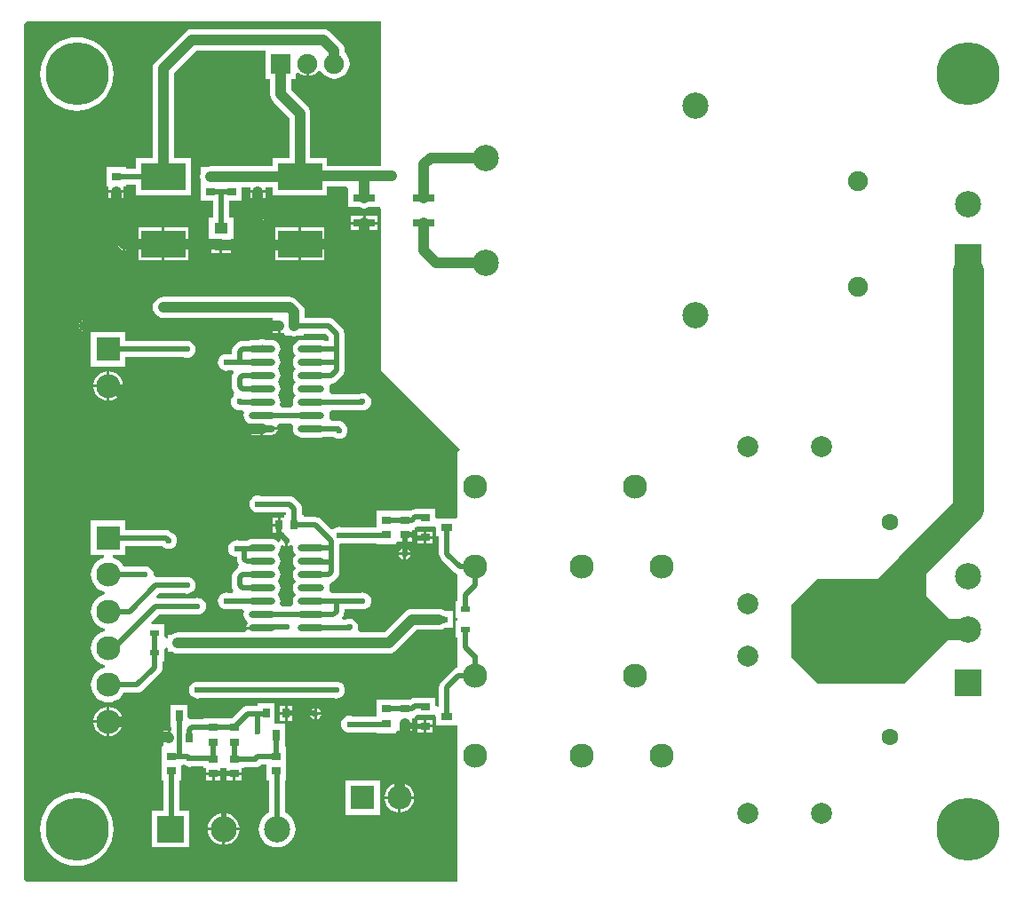
<source format=gtl>
G04 Layer_Physical_Order=1*
G04 Layer_Color=3162822*
%FSLAX44Y44*%
%MOMM*%
G71*
G01*
G75*
%ADD10R,0.6500X1.1000*%
%ADD11R,0.6500X0.9000*%
%ADD12R,0.8500X0.6000*%
%ADD13R,4.2000X2.6000*%
%ADD14R,0.9000X0.8000*%
%ADD15R,2.0000X0.8000*%
%ADD16R,1.3000X1.0000*%
%ADD17O,2.5000X0.7000*%
%ADD18R,1.1000X0.6500*%
%ADD19R,0.9000X0.6500*%
%ADD20R,0.8000X0.9000*%
%ADD21C,1.0000*%
%ADD22C,0.5000*%
%ADD23C,0.7000*%
%ADD24C,0.2540*%
%ADD25C,2.0000*%
%ADD26C,3.0000*%
%ADD27R,2.3000X2.3000*%
%ADD28C,2.3000*%
%ADD29C,2.5000*%
%ADD30R,2.5000X2.5000*%
%ADD31C,2.0000*%
%ADD32C,1.9000*%
%ADD33R,2.5000X2.5000*%
%ADD34R,1.9000X1.9000*%
%ADD35C,1.6000*%
%ADD36C,6.0000*%
%ADD37R,2.3000X2.3000*%
%ADD38C,0.6000*%
G36*
X251270Y319604D02*
X252162Y319781D01*
X253850Y320910D01*
X254520Y320666D01*
X256128Y319627D01*
X255927Y318100D01*
X256219Y315881D01*
X257075Y313813D01*
X258438Y312038D01*
Y311462D01*
X257075Y309687D01*
X256219Y307619D01*
X255927Y305400D01*
X256219Y303181D01*
X257075Y301113D01*
X258438Y299338D01*
Y298762D01*
X257075Y296987D01*
X256219Y294919D01*
X255927Y292700D01*
X256219Y290481D01*
X257075Y288413D01*
X258438Y286638D01*
Y286062D01*
X257075Y284287D01*
X256219Y282219D01*
X255927Y280000D01*
X256219Y277781D01*
X257075Y275713D01*
X258438Y273938D01*
Y273362D01*
X257075Y271587D01*
X256219Y269519D01*
X255927Y267300D01*
X256219Y265081D01*
X256375Y264705D01*
X254678Y262165D01*
X245322D01*
X243625Y264705D01*
X243781Y265081D01*
X244073Y267300D01*
X243781Y269519D01*
X242925Y271587D01*
X241562Y273362D01*
Y273938D01*
X242925Y275713D01*
X243781Y277781D01*
X244073Y280000D01*
X243781Y282219D01*
X242925Y284287D01*
X241562Y286062D01*
Y286638D01*
X242925Y288413D01*
X243781Y290481D01*
X244073Y292700D01*
X243781Y294919D01*
X242925Y296987D01*
X241562Y298762D01*
Y299338D01*
X242925Y301113D01*
X243781Y303181D01*
X244073Y305400D01*
X243781Y307619D01*
X242925Y309687D01*
X241562Y311462D01*
Y312038D01*
X242925Y313813D01*
X243781Y315881D01*
X244073Y318100D01*
X243872Y319627D01*
X245480Y320666D01*
X246150Y320910D01*
X247838Y319781D01*
X248730Y319604D01*
Y325000D01*
X251270D01*
Y319604D01*
D02*
G37*
G36*
X860000Y297422D02*
Y272500D01*
X882500Y250000D01*
X881250Y231250D01*
X838750Y188750D01*
X756250D01*
X733750Y211250D01*
X731250Y213750D01*
Y263750D01*
X756250Y288750D01*
X841250D01*
X857790Y298674D01*
X860000Y297422D01*
D02*
G37*
G36*
X340000Y682586D02*
X288500D01*
Y690000D01*
X272586D01*
Y732500D01*
X272243Y735110D01*
X271235Y737543D01*
X269632Y739632D01*
X254686Y754578D01*
Y765500D01*
X259100D01*
Y770255D01*
X260677Y771044D01*
X261640Y771239D01*
X263928Y769483D01*
X266857Y768270D01*
X268730Y768024D01*
Y780000D01*
X271270D01*
Y768024D01*
X273143Y768270D01*
X276072Y769483D01*
X278587Y771413D01*
X279838Y773043D01*
X282661Y772864D01*
X282734Y772688D01*
X285058Y769659D01*
X288088Y767334D01*
X291615Y765873D01*
X295400Y765375D01*
X299185Y765873D01*
X302713Y767334D01*
X305742Y769659D01*
X308066Y772688D01*
X309527Y776215D01*
X310025Y780000D01*
X309527Y783785D01*
X308066Y787313D01*
X305742Y790342D01*
X305486Y790537D01*
Y792100D01*
X305143Y794710D01*
X304135Y797143D01*
X302532Y799232D01*
X292132Y809632D01*
X290043Y811235D01*
X287610Y812243D01*
X285000Y812586D01*
X160000D01*
X157389Y812243D01*
X154957Y811235D01*
X152868Y809632D01*
X125368Y782132D01*
X123765Y780043D01*
X122757Y777610D01*
X122414Y775000D01*
Y730000D01*
Y690000D01*
X106500D01*
Y679565D01*
X97000D01*
Y681002D01*
X78000D01*
Y663002D01*
X80460D01*
Y659272D01*
X94540D01*
Y663002D01*
X97000D01*
Y664436D01*
X106500D01*
Y654000D01*
X158500D01*
Y690000D01*
X142586D01*
Y730000D01*
Y770822D01*
X164178Y792414D01*
X230100D01*
Y765500D01*
X234514D01*
Y750400D01*
X234857Y747790D01*
X235865Y745357D01*
X237468Y743268D01*
X252414Y728322D01*
Y690000D01*
X236500D01*
Y682086D01*
X222511D01*
X222500Y682088D01*
X177501D01*
X177500Y682088D01*
X174889Y681744D01*
X173097Y681002D01*
X168000D01*
Y675198D01*
X167757Y674612D01*
X167414Y672002D01*
X167757Y669391D01*
X168000Y668805D01*
Y663002D01*
Y649002D01*
X179935D01*
Y633000D01*
X176000D01*
Y613000D01*
X178460D01*
Y608270D01*
X196540D01*
Y613000D01*
X199000D01*
Y633000D01*
X195065D01*
Y649002D01*
X207000D01*
Y661915D01*
X215460D01*
Y659272D01*
X229540D01*
Y661914D01*
X236500D01*
Y654000D01*
X288500D01*
Y662414D01*
X307046D01*
X309000Y661000D01*
Y643000D01*
X319597D01*
X321390Y642257D01*
X324000Y641914D01*
X326610Y642257D01*
X328403Y643000D01*
X339000D01*
X340000Y640874D01*
Y487500D01*
X415000Y412500D01*
X412500Y410000D01*
Y347546D01*
X410704Y345750D01*
X394165D01*
X392375Y345750D01*
X391625Y347979D01*
Y355250D01*
X372625D01*
X372625Y355250D01*
X370542Y354807D01*
X370309Y354710D01*
X370309Y354710D01*
X370237Y354680D01*
X368718Y354051D01*
X368001Y353502D01*
X335500D01*
Y337565D01*
X302642D01*
X302088Y337794D01*
X300000Y338069D01*
X297912Y337794D01*
X295965Y336988D01*
X294294Y335706D01*
X292603Y335595D01*
X282849Y345349D01*
X281282Y346551D01*
X279458Y347307D01*
X277500Y347565D01*
X266002D01*
Y349500D01*
X264566D01*
Y355498D01*
X264308Y357456D01*
X263553Y359281D01*
X262351Y360848D01*
X262351Y360848D01*
X257849Y365349D01*
X256282Y366551D01*
X254458Y367307D01*
X252500Y367565D01*
X225142D01*
X224588Y367794D01*
X222500Y368069D01*
X220412Y367794D01*
X218465Y366988D01*
X216794Y365706D01*
X215512Y364035D01*
X214706Y362088D01*
X214431Y360000D01*
X214706Y357912D01*
X215512Y355965D01*
X216794Y354294D01*
X218465Y353012D01*
X220412Y352206D01*
X222500Y351931D01*
X224588Y352206D01*
X225142Y352435D01*
X249367D01*
X249437Y352365D01*
Y349500D01*
X248002D01*
Y347040D01*
X244272D01*
Y340000D01*
Y332960D01*
X248002D01*
Y330500D01*
X246068Y329036D01*
X246006Y328994D01*
X244781Y327162D01*
X244352Y325000D01*
X244432Y324595D01*
X242057Y323518D01*
X241562Y324162D01*
X239787Y325525D01*
X237719Y326381D01*
X235500Y326673D01*
X217500D01*
X215281Y326381D01*
X213213Y325525D01*
X212614Y325065D01*
X205142D01*
X204588Y325294D01*
X202500Y325569D01*
X200411Y325294D01*
X198465Y324488D01*
X196794Y323206D01*
X195512Y321535D01*
X194706Y319588D01*
X194431Y317500D01*
X194706Y315412D01*
X195512Y313465D01*
X196794Y311794D01*
X198465Y310512D01*
X200411Y309706D01*
X202435Y309440D01*
Y307500D01*
X202693Y305542D01*
X203449Y303718D01*
X204651Y302151D01*
X204029Y299180D01*
X203718Y299051D01*
X202151Y297849D01*
X199651Y295349D01*
X198449Y293782D01*
X197693Y291958D01*
X197435Y290000D01*
Y282500D01*
X197693Y280542D01*
X198449Y278718D01*
X199303Y277605D01*
X198571Y275065D01*
X195142D01*
X194588Y275294D01*
X192500Y275569D01*
X190411Y275294D01*
X188465Y274488D01*
X186794Y273206D01*
X185512Y271535D01*
X184706Y269588D01*
X184431Y267500D01*
X184706Y265412D01*
X185512Y263465D01*
X186794Y261794D01*
X188465Y260512D01*
X190411Y259706D01*
X192500Y259431D01*
X194588Y259706D01*
X195142Y259935D01*
X207805D01*
X209457Y257395D01*
X209219Y256819D01*
X208927Y254600D01*
X209219Y252381D01*
X210075Y250313D01*
X211438Y248538D01*
X211709Y248329D01*
X212942Y246548D01*
X212212Y244858D01*
X211810Y244257D01*
X211594Y243170D01*
X226500D01*
Y240630D01*
X211594D01*
X211695Y240126D01*
X210296Y237586D01*
X145750D01*
X143139Y237243D01*
X140707Y236235D01*
X139749Y235500D01*
X136500D01*
Y232543D01*
X136040Y232070D01*
X133500Y233102D01*
Y245000D01*
X121515D01*
X120543Y247347D01*
X128132Y254935D01*
X162358D01*
X162911Y254706D01*
X165000Y254431D01*
X167088Y254706D01*
X169035Y255512D01*
X170706Y256794D01*
X171988Y258465D01*
X172794Y260412D01*
X173069Y262500D01*
X172794Y264588D01*
X171988Y266535D01*
X170706Y268206D01*
X169035Y269488D01*
X167088Y270294D01*
X165000Y270569D01*
X162911Y270294D01*
X162358Y270065D01*
X126855D01*
X125803Y272605D01*
X128133Y274935D01*
X152358D01*
X152912Y274706D01*
X155000Y274431D01*
X157088Y274706D01*
X159035Y275512D01*
X160706Y276794D01*
X161988Y278465D01*
X162794Y280412D01*
X163069Y282500D01*
X162794Y284588D01*
X161988Y286535D01*
X160706Y288206D01*
X159035Y289488D01*
X157088Y290294D01*
X155000Y290569D01*
X152912Y290294D01*
X152358Y290065D01*
X125303D01*
X124832Y290263D01*
X123052Y292370D01*
X123069Y292500D01*
X122794Y294588D01*
X121988Y296535D01*
X120706Y298206D01*
X119035Y299488D01*
X117088Y300294D01*
X115000Y300569D01*
X112912Y300294D01*
X112361Y300066D01*
X94666D01*
X93785Y301712D01*
X91724Y304225D01*
X89211Y306287D01*
X86345Y307819D01*
X84232Y308460D01*
X84609Y311000D01*
X96500D01*
Y319935D01*
X131303D01*
X131794Y319294D01*
X133465Y318012D01*
X135412Y317206D01*
X137500Y316931D01*
X139588Y317206D01*
X141535Y318012D01*
X143206Y319294D01*
X144488Y320965D01*
X145294Y322912D01*
X145569Y325000D01*
X145294Y327088D01*
X144488Y329035D01*
X143206Y330706D01*
X141535Y331988D01*
X140981Y332217D01*
X140349Y332849D01*
X138783Y334051D01*
X136958Y334807D01*
X135000Y335065D01*
X96500D01*
Y344000D01*
X63500D01*
Y311000D01*
X75391D01*
X75768Y308460D01*
X73655Y307819D01*
X70789Y306287D01*
X68276Y304225D01*
X66214Y301712D01*
X64682Y298846D01*
X63739Y295736D01*
X63420Y292501D01*
X63739Y289267D01*
X64682Y286156D01*
X66214Y283290D01*
X68276Y280777D01*
X70789Y278715D01*
X73655Y277183D01*
X76765Y276240D01*
Y273761D01*
X73655Y272818D01*
X70789Y271285D01*
X68276Y269224D01*
X66214Y266711D01*
X64682Y263845D01*
X63739Y260735D01*
X63420Y257500D01*
X63739Y254265D01*
X64682Y251155D01*
X66214Y248289D01*
X68276Y245776D01*
X70789Y243714D01*
X73655Y242182D01*
X76765Y241239D01*
Y238762D01*
X73655Y237819D01*
X70789Y236287D01*
X68276Y234225D01*
X66214Y231712D01*
X64682Y228846D01*
X63739Y225736D01*
X63420Y222501D01*
X63739Y219267D01*
X64682Y216156D01*
X66214Y213290D01*
X68276Y210778D01*
X70789Y208716D01*
X73655Y207183D01*
X76765Y206240D01*
Y203762D01*
X73655Y202818D01*
X70789Y201286D01*
X68276Y199224D01*
X66214Y196712D01*
X64682Y193845D01*
X63739Y190735D01*
X63420Y187500D01*
X63739Y184266D01*
X64682Y181156D01*
X66214Y178289D01*
X68276Y175777D01*
X70789Y173715D01*
X73655Y172183D01*
X76765Y171239D01*
X80000Y170921D01*
X83235Y171239D01*
X86345Y172183D01*
X89211Y173715D01*
X91724Y175777D01*
X93785Y178289D01*
X94666Y179936D01*
X107500D01*
X109458Y180194D01*
X111283Y180949D01*
X112850Y182152D01*
X127849Y197151D01*
X127849Y197151D01*
X129599Y198901D01*
X129599Y198901D01*
X130801Y200467D01*
X131557Y202292D01*
X131815Y204250D01*
Y210000D01*
X133500D01*
Y221898D01*
X136040Y222930D01*
X136500Y222457D01*
Y219500D01*
X139749D01*
X140707Y218765D01*
X143139Y217757D01*
X145750Y217414D01*
X347500D01*
X350111Y217757D01*
X352543Y218765D01*
X354632Y220368D01*
X374178Y239914D01*
X395000D01*
X397611Y240257D01*
X400043Y241265D01*
X400462Y241586D01*
X401469Y241719D01*
X402148Y242000D01*
X408500D01*
Y258000D01*
X402148D01*
X401469Y258281D01*
X400462Y258414D01*
X400043Y258735D01*
X397611Y259743D01*
X395000Y260086D01*
X370000D01*
X367389Y259743D01*
X364957Y258735D01*
X362868Y257132D01*
X343322Y237586D01*
X319680D01*
X317956Y239877D01*
X317931Y240126D01*
X318165Y241900D01*
X317907Y243858D01*
X317882Y243917D01*
X317794Y244588D01*
X316988Y246535D01*
X315706Y248206D01*
X314035Y249488D01*
X312088Y250294D01*
X310000Y250569D01*
X307912Y250294D01*
X305965Y249488D01*
X305935Y249465D01*
X303482D01*
X302509Y251811D01*
X302849Y252151D01*
X304051Y253718D01*
X304807Y255542D01*
X305065Y257500D01*
Y259735D01*
X320341D01*
X320412Y259706D01*
X322500Y259431D01*
X324588Y259706D01*
X326535Y260512D01*
X328206Y261794D01*
X329488Y263465D01*
X330294Y265412D01*
X330569Y267500D01*
X330294Y269588D01*
X329488Y271535D01*
X328206Y273206D01*
X326535Y274488D01*
X324588Y275294D01*
X322500Y275569D01*
X320412Y275294D01*
X319375Y274865D01*
X292323D01*
X290625Y277405D01*
X290781Y277781D01*
X291073Y280000D01*
X290781Y282219D01*
X290612Y282628D01*
X292139Y285391D01*
X292158Y285393D01*
X293982Y286149D01*
X295549Y287351D01*
X297849Y289651D01*
X297849Y289651D01*
X299051Y291218D01*
X299807Y293042D01*
X300065Y295000D01*
Y305000D01*
Y317500D01*
X300065Y317500D01*
X300065Y317500D01*
Y321940D01*
X302088Y322206D01*
X302642Y322435D01*
X335500D01*
Y321502D01*
X354500D01*
Y321819D01*
X355460Y323962D01*
X361230D01*
Y330502D01*
X362500D01*
Y331772D01*
X369540D01*
Y335502D01*
X372000D01*
Y337419D01*
X373284Y337950D01*
X374326Y338750D01*
X389835D01*
X391625Y338750D01*
X392375Y336521D01*
Y329250D01*
X395310D01*
Y312500D01*
X395568Y310542D01*
X396324Y308718D01*
X397526Y307151D01*
X410026Y294651D01*
X411592Y293449D01*
X412500Y293073D01*
Y267500D01*
X411500D01*
Y251500D01*
X412500D01*
Y248500D01*
X411500D01*
Y232500D01*
X412500D01*
Y203607D01*
X411742Y203507D01*
X409918Y202751D01*
X408351Y201549D01*
X397526Y190724D01*
X396324Y189157D01*
X395568Y187333D01*
X395310Y185375D01*
Y167546D01*
X394667Y166903D01*
X391758Y167585D01*
X391625Y167979D01*
Y175250D01*
X372625D01*
Y175065D01*
X372500D01*
X370542Y174807D01*
X368718Y174051D01*
X368001Y173502D01*
X335500D01*
Y157565D01*
X312642D01*
X312088Y157794D01*
X310000Y158069D01*
X307912Y157794D01*
X305965Y156988D01*
X304294Y155706D01*
X303012Y154035D01*
X302206Y152088D01*
X301931Y150000D01*
X302206Y147912D01*
X303012Y145965D01*
X304294Y144294D01*
X305965Y143012D01*
X307912Y142206D01*
X310000Y141931D01*
X312088Y142206D01*
X312642Y142435D01*
X335500D01*
Y141502D01*
X354500D01*
Y141819D01*
X355460Y143962D01*
X361230D01*
Y150502D01*
X362500D01*
Y151772D01*
X369540D01*
Y155502D01*
X372000D01*
Y157418D01*
X373284Y157950D01*
X374326Y158750D01*
X389835D01*
X391625Y158750D01*
X392375Y156521D01*
Y149250D01*
X412500D01*
Y0D01*
X2500D01*
X0Y2500D01*
X-0Y817460D01*
X2540Y820000D01*
X340000D01*
Y682586D01*
D02*
G37*
%LPC*%
G36*
X276230Y165396D02*
X275338Y165219D01*
X273506Y163994D01*
X272281Y162162D01*
X272104Y161270D01*
X276230D01*
Y165396D01*
D02*
G37*
G36*
X282896Y158730D02*
X278770D01*
Y154604D01*
X279662Y154782D01*
X281494Y156006D01*
X282719Y157838D01*
X282896Y158730D01*
D02*
G37*
G36*
X248230Y167415D02*
X243710D01*
Y161645D01*
X248230D01*
Y167415D01*
D02*
G37*
G36*
X278770Y165396D02*
Y161270D01*
X282896D01*
X282719Y162162D01*
X281494Y163994D01*
X279662Y165219D01*
X278770Y165396D01*
D02*
G37*
G36*
X255290Y159105D02*
X250770D01*
Y153335D01*
X255290D01*
Y159105D01*
D02*
G37*
G36*
X248230D02*
X243710D01*
Y153335D01*
X248230D01*
Y159105D01*
D02*
G37*
G36*
X78730Y166495D02*
X76335Y166179D01*
X72919Y164764D01*
X69987Y162514D01*
X67736Y159581D01*
X66321Y156166D01*
X66006Y153771D01*
X78730D01*
Y166495D01*
D02*
G37*
G36*
X276230Y158730D02*
X272104D01*
X272281Y157838D01*
X273506Y156006D01*
X275338Y154782D01*
X276230Y154604D01*
Y158730D01*
D02*
G37*
G36*
X81270Y166495D02*
Y153771D01*
X93994D01*
X93679Y156166D01*
X92264Y159581D01*
X90013Y162514D01*
X87080Y164764D01*
X83665Y166179D01*
X81270Y166495D01*
D02*
G37*
G36*
X255290Y167415D02*
X250770D01*
Y161645D01*
X255290D01*
Y167415D01*
D02*
G37*
G36*
X369540Y329232D02*
X363770D01*
Y323962D01*
X369540D01*
Y329232D01*
D02*
G37*
G36*
X363770Y317896D02*
Y313770D01*
X367896D01*
X367719Y314662D01*
X366494Y316494D01*
X364662Y317719D01*
X363770Y317896D01*
D02*
G37*
G36*
X389165Y326730D02*
X383395D01*
Y322210D01*
X389165D01*
Y326730D01*
D02*
G37*
G36*
X380855D02*
X375085D01*
Y322210D01*
X380855D01*
Y326730D01*
D02*
G37*
G36*
X361230Y317896D02*
X360338Y317719D01*
X358506Y316494D01*
X357281Y314662D01*
X357104Y313770D01*
X361230D01*
Y317896D01*
D02*
G37*
G36*
X297500Y190569D02*
X295412Y190294D01*
X294858Y190065D01*
X167642D01*
X167088Y190294D01*
X165000Y190569D01*
X162911Y190294D01*
X160965Y189488D01*
X159294Y188206D01*
X158012Y186535D01*
X157206Y184588D01*
X156931Y182500D01*
X157206Y180412D01*
X158012Y178465D01*
X159294Y176794D01*
X160965Y175512D01*
X162911Y174706D01*
X165000Y174431D01*
X167088Y174706D01*
X167642Y174935D01*
X294858D01*
X295412Y174706D01*
X297500Y174431D01*
X299588Y174706D01*
X301535Y175512D01*
X303206Y176794D01*
X304488Y178465D01*
X305294Y180412D01*
X305569Y182500D01*
X305294Y184588D01*
X304488Y186535D01*
X303206Y188206D01*
X301535Y189488D01*
X299588Y190294D01*
X297500Y190569D01*
D02*
G37*
G36*
X238750Y169875D02*
X222250D01*
Y167565D01*
X212999D01*
X212998Y167565D01*
X211040Y167307D01*
X209216Y166551D01*
X207649Y165349D01*
X207649Y165349D01*
X198302Y156002D01*
X190500D01*
Y156002D01*
X189500D01*
Y156002D01*
X170500D01*
Y155065D01*
X160000D01*
X158290Y154840D01*
X157909Y154912D01*
X155750Y156607D01*
Y168375D01*
X139250D01*
Y147375D01*
X139935D01*
Y144165D01*
X139270D01*
Y137125D01*
X138000D01*
Y135855D01*
X132210D01*
Y130085D01*
X130500Y128498D01*
X130500D01*
Y110498D01*
Y96498D01*
X132435D01*
Y67500D01*
X121700D01*
Y32500D01*
X156700D01*
Y67500D01*
X147565D01*
Y96498D01*
X149500D01*
Y111031D01*
X149859Y111150D01*
X152040Y111606D01*
X153465Y110512D01*
X155412Y109706D01*
X157500Y109431D01*
X159588Y109706D01*
X160142Y109935D01*
X170500D01*
Y108002D01*
X172960D01*
Y104272D01*
X187040D01*
Y107808D01*
X189500Y108002D01*
X190420D01*
X192960Y107808D01*
Y104272D01*
X207040D01*
Y108002D01*
X209500D01*
Y109437D01*
X217358D01*
X217911Y109208D01*
X220000Y108933D01*
X222088Y109208D01*
X224035Y110014D01*
X225706Y111296D01*
X226195Y111934D01*
X230500D01*
Y96498D01*
X233235D01*
Y65800D01*
X231030Y64621D01*
X228366Y62434D01*
X226179Y59770D01*
X224554Y56729D01*
X223553Y53431D01*
X223215Y50000D01*
X223553Y46569D01*
X224554Y43271D01*
X226179Y40231D01*
X228366Y37566D01*
X231030Y35379D01*
X234071Y33754D01*
X237369Y32753D01*
X240800Y32415D01*
X244231Y32753D01*
X247529Y33754D01*
X250569Y35379D01*
X253234Y37566D01*
X255421Y40231D01*
X257046Y43271D01*
X258047Y46569D01*
X258385Y50000D01*
X258047Y53431D01*
X257046Y56729D01*
X255421Y59770D01*
X253234Y62434D01*
X250569Y64621D01*
X248365Y65800D01*
Y96498D01*
X249500D01*
Y110498D01*
Y128498D01*
X248250Y129125D01*
Y150125D01*
X240979D01*
X238750Y150875D01*
Y169875D01*
D02*
G37*
G36*
X367896Y311230D02*
X363770D01*
Y307104D01*
X364662Y307281D01*
X366494Y308506D01*
X367719Y310338D01*
X367896Y311230D01*
D02*
G37*
G36*
X361230D02*
X357104D01*
X357281Y310338D01*
X358506Y308506D01*
X360338Y307281D01*
X361230Y307104D01*
Y311230D01*
D02*
G37*
G36*
X389165Y153790D02*
X383395D01*
Y149270D01*
X389165D01*
Y153790D01*
D02*
G37*
G36*
X356230Y78730D02*
X343506D01*
X343821Y76335D01*
X345236Y72920D01*
X347486Y69987D01*
X350419Y67736D01*
X353835Y66322D01*
X356230Y66006D01*
Y78730D01*
D02*
G37*
G36*
X339000Y96500D02*
X306000D01*
Y63500D01*
X339000D01*
Y96500D01*
D02*
G37*
G36*
X371494Y78730D02*
X358770D01*
Y66006D01*
X361165Y66322D01*
X364581Y67736D01*
X367513Y69987D01*
X369764Y72920D01*
X371179Y76335D01*
X371494Y78730D01*
D02*
G37*
G36*
X358770Y93994D02*
Y81270D01*
X371494D01*
X371179Y83665D01*
X369764Y87081D01*
X367513Y90014D01*
X364581Y92264D01*
X361165Y93679D01*
X358770Y93994D01*
D02*
G37*
G36*
X356230D02*
X353835Y93679D01*
X350419Y92264D01*
X347486Y90014D01*
X345236Y87081D01*
X343821Y83665D01*
X343506Y81270D01*
X356230D01*
Y93994D01*
D02*
G37*
G36*
X188730Y48730D02*
X175012D01*
X175178Y47052D01*
X176038Y44217D01*
X177434Y41604D01*
X179314Y39314D01*
X181604Y37434D01*
X184217Y36038D01*
X187052Y35178D01*
X188730Y35013D01*
Y48730D01*
D02*
G37*
G36*
X50000Y85108D02*
X44508Y84676D01*
X39151Y83390D01*
X34061Y81282D01*
X29364Y78403D01*
X25175Y74825D01*
X21597Y70636D01*
X18718Y65939D01*
X16610Y60849D01*
X15324Y55492D01*
X14892Y50000D01*
X15324Y44508D01*
X16610Y39151D01*
X18718Y34061D01*
X21597Y29364D01*
X25175Y25175D01*
X29364Y21597D01*
X34061Y18719D01*
X39151Y16610D01*
X44508Y15324D01*
X50000Y14892D01*
X55492Y15324D01*
X60849Y16610D01*
X65939Y18719D01*
X70636Y21597D01*
X74825Y25175D01*
X78403Y29364D01*
X81282Y34061D01*
X83390Y39151D01*
X84676Y44508D01*
X85108Y50000D01*
X84676Y55492D01*
X83390Y60849D01*
X81282Y65939D01*
X78403Y70636D01*
X74825Y74825D01*
X70636Y78403D01*
X65939Y81282D01*
X60849Y83390D01*
X55492Y84676D01*
X50000Y85108D01*
D02*
G37*
G36*
X204988Y48730D02*
X191270D01*
Y35013D01*
X192948Y35178D01*
X195783Y36038D01*
X198396Y37434D01*
X200686Y39314D01*
X202566Y41604D01*
X203962Y44217D01*
X204822Y47052D01*
X204988Y48730D01*
D02*
G37*
G36*
X191270Y64988D02*
Y51270D01*
X204988D01*
X204822Y52948D01*
X203962Y55784D01*
X202566Y58396D01*
X200686Y60686D01*
X198396Y62566D01*
X195783Y63962D01*
X192948Y64823D01*
X191270Y64988D01*
D02*
G37*
G36*
X188730D02*
X187052Y64823D01*
X184217Y63962D01*
X181604Y62566D01*
X179314Y60686D01*
X177434Y58396D01*
X176038Y55784D01*
X175178Y52948D01*
X175012Y51270D01*
X188730D01*
Y64988D01*
D02*
G37*
G36*
X178730Y101732D02*
X172960D01*
Y96462D01*
X178730D01*
Y101732D01*
D02*
G37*
G36*
X380855Y146730D02*
X375085D01*
Y142210D01*
X380855D01*
Y146730D01*
D02*
G37*
G36*
X93994Y151230D02*
X81270D01*
Y138507D01*
X83665Y138822D01*
X87080Y140237D01*
X90013Y142487D01*
X92264Y145420D01*
X93679Y148835D01*
X93994Y151230D01*
D02*
G37*
G36*
X389165Y146730D02*
X383395D01*
Y142210D01*
X389165D01*
Y146730D01*
D02*
G37*
G36*
X380855Y153790D02*
X375085D01*
Y149270D01*
X380855D01*
Y153790D01*
D02*
G37*
G36*
X369540Y149232D02*
X363770D01*
Y143962D01*
X369540D01*
Y149232D01*
D02*
G37*
G36*
X198730Y101732D02*
X192960D01*
Y96462D01*
X198730D01*
Y101732D01*
D02*
G37*
G36*
X187040D02*
X181270D01*
Y96462D01*
X187040D01*
Y101732D01*
D02*
G37*
G36*
X207040D02*
X201270D01*
Y96462D01*
X207040D01*
Y101732D01*
D02*
G37*
G36*
X78730Y151230D02*
X66006D01*
X66321Y148835D01*
X67736Y145420D01*
X69987Y142487D01*
X72919Y140237D01*
X76335Y138822D01*
X78730Y138507D01*
Y151230D01*
D02*
G37*
G36*
X136730Y144165D02*
X132210D01*
Y138395D01*
X136730D01*
Y144165D01*
D02*
G37*
G36*
X380855Y333790D02*
X375085D01*
Y329270D01*
X380855D01*
Y333790D01*
D02*
G37*
G36*
X261230Y623540D02*
X238960D01*
Y609270D01*
X261230D01*
Y623540D01*
D02*
G37*
G36*
X156040D02*
X133770D01*
Y609270D01*
X156040D01*
Y623540D01*
D02*
G37*
G36*
X286040D02*
X263770D01*
Y609270D01*
X286040D01*
Y623540D01*
D02*
G37*
G36*
X336540Y626730D02*
X325270D01*
Y621460D01*
X336540D01*
Y626730D01*
D02*
G37*
G36*
X322730D02*
X311460D01*
Y621460D01*
X322730D01*
Y626730D01*
D02*
G37*
G36*
X100396Y606230D02*
X96270D01*
Y602104D01*
X97162Y602281D01*
X98994Y603506D01*
X100218Y605338D01*
X100396Y606230D01*
D02*
G37*
G36*
X93730D02*
X89604D01*
X89781Y605338D01*
X91006Y603506D01*
X92838Y602281D01*
X93730Y602104D01*
Y606230D01*
D02*
G37*
G36*
Y612896D02*
X92838Y612719D01*
X91006Y611494D01*
X89781Y609662D01*
X89604Y608770D01*
X93730D01*
Y612896D01*
D02*
G37*
G36*
X131230Y623540D02*
X108960D01*
Y609270D01*
X131230D01*
Y623540D01*
D02*
G37*
G36*
X96270Y612896D02*
Y608770D01*
X100396D01*
X100218Y609662D01*
X98994Y611494D01*
X97162Y612719D01*
X96270Y612896D01*
D02*
G37*
G36*
X221230Y631230D02*
X217104D01*
X217281Y630338D01*
X218506Y628506D01*
X220338Y627281D01*
X221230Y627104D01*
Y631230D01*
D02*
G37*
G36*
X94540Y656732D02*
X88770D01*
Y651462D01*
X94540D01*
Y656732D01*
D02*
G37*
G36*
X86230D02*
X80460D01*
Y651462D01*
X86230D01*
Y656732D01*
D02*
G37*
G36*
X221230D02*
X215460D01*
Y651462D01*
X221230D01*
Y656732D01*
D02*
G37*
G36*
X50000Y805108D02*
X44508Y804676D01*
X39151Y803390D01*
X34061Y801282D01*
X29364Y798403D01*
X25175Y794825D01*
X21597Y790636D01*
X18718Y785939D01*
X16610Y780849D01*
X15324Y775492D01*
X14892Y770000D01*
X15324Y764508D01*
X16610Y759151D01*
X18718Y754061D01*
X21597Y749364D01*
X25175Y745175D01*
X29364Y741597D01*
X34061Y738718D01*
X39151Y736610D01*
X44508Y735324D01*
X50000Y734892D01*
X55492Y735324D01*
X60849Y736610D01*
X65939Y738718D01*
X70636Y741597D01*
X74825Y745175D01*
X78403Y749364D01*
X81282Y754061D01*
X83390Y759151D01*
X84676Y764508D01*
X85108Y770000D01*
X84676Y775492D01*
X83390Y780849D01*
X81282Y785939D01*
X78403Y790636D01*
X74825Y794825D01*
X70636Y798403D01*
X65939Y801282D01*
X60849Y803390D01*
X55492Y804676D01*
X50000Y805108D01*
D02*
G37*
G36*
X229540Y656732D02*
X223770D01*
Y651462D01*
X229540D01*
Y656732D01*
D02*
G37*
G36*
X322730Y634540D02*
X311460D01*
Y629270D01*
X322730D01*
Y634540D01*
D02*
G37*
G36*
X227896Y631230D02*
X223770D01*
Y627104D01*
X224662Y627281D01*
X226494Y628506D01*
X227719Y630338D01*
X227896Y631230D01*
D02*
G37*
G36*
X336540Y634540D02*
X325270D01*
Y629270D01*
X336540D01*
Y634540D01*
D02*
G37*
G36*
X223770Y637896D02*
Y633770D01*
X227896D01*
X227719Y634662D01*
X226494Y636494D01*
X224662Y637719D01*
X223770Y637896D01*
D02*
G37*
G36*
X221230D02*
X220338Y637719D01*
X218506Y636494D01*
X217281Y634662D01*
X217104Y633770D01*
X221230D01*
Y637896D01*
D02*
G37*
G36*
X196540Y605730D02*
X188770D01*
Y599460D01*
X196540D01*
Y605730D01*
D02*
G37*
G36*
X93994Y471230D02*
X81270D01*
Y458506D01*
X83665Y458822D01*
X87080Y460236D01*
X90013Y462487D01*
X92264Y465420D01*
X93679Y468835D01*
X93994Y471230D01*
D02*
G37*
G36*
X78730D02*
X66006D01*
X66321Y468835D01*
X67736Y465420D01*
X69987Y462487D01*
X72919Y460236D01*
X76335Y458822D01*
X78730Y458506D01*
Y471230D01*
D02*
G37*
G36*
Y486494D02*
X76335Y486179D01*
X72919Y484764D01*
X69987Y482514D01*
X67736Y479581D01*
X66321Y476165D01*
X66006Y473770D01*
X78730D01*
Y486494D01*
D02*
G37*
G36*
X96500Y524000D02*
X63500D01*
Y491000D01*
X96500D01*
Y499935D01*
X152358D01*
X152912Y499706D01*
X155000Y499431D01*
X157088Y499706D01*
X159035Y500512D01*
X160706Y501794D01*
X161988Y503465D01*
X162794Y505412D01*
X163069Y507500D01*
X162794Y509588D01*
X161988Y511535D01*
X160706Y513206D01*
X159035Y514488D01*
X157088Y515294D01*
X155000Y515569D01*
X152912Y515294D01*
X152358Y515065D01*
X96500D01*
Y524000D01*
D02*
G37*
G36*
X81270Y486494D02*
Y473770D01*
X93994D01*
X93679Y476165D01*
X92264Y479581D01*
X90013Y482514D01*
X87080Y484764D01*
X83665Y486179D01*
X81270Y486494D01*
D02*
G37*
G36*
X241732Y338730D02*
X236462D01*
Y332960D01*
X241732D01*
Y338730D01*
D02*
G37*
G36*
X389165Y333790D02*
X383395D01*
Y329270D01*
X389165D01*
Y333790D01*
D02*
G37*
G36*
X241732Y347040D02*
X236462D01*
Y341270D01*
X241732D01*
Y347040D01*
D02*
G37*
G36*
X241406Y430630D02*
X227770D01*
Y425742D01*
X235500D01*
X237857Y426211D01*
X239855Y427545D01*
X241189Y429543D01*
X241406Y430630D01*
D02*
G37*
G36*
X225230D02*
X211594D01*
X211810Y429543D01*
X213145Y427545D01*
X215143Y426211D01*
X217500Y425742D01*
X225230D01*
Y430630D01*
D02*
G37*
G36*
X252500Y557586D02*
X132500D01*
X129889Y557243D01*
X127457Y556235D01*
X125368Y554632D01*
X123765Y552543D01*
X122757Y550111D01*
X122414Y547500D01*
X122757Y544889D01*
X123765Y542457D01*
X125368Y540368D01*
X127457Y538765D01*
X129889Y537757D01*
X132500Y537414D01*
X234076D01*
X236462Y537040D01*
Y531270D01*
X243002D01*
Y530000D01*
X244272D01*
Y522960D01*
X248002D01*
Y520500D01*
X253805D01*
X254391Y520257D01*
X257002Y519914D01*
X259612Y520257D01*
X260198Y520500D01*
X266002D01*
Y522435D01*
X286867D01*
X289935Y519367D01*
Y515665D01*
X286449D01*
X284719Y516381D01*
X282500Y516673D01*
X264500D01*
X262281Y516381D01*
X260213Y515525D01*
X258438Y514162D01*
X257075Y512387D01*
X256219Y510319D01*
X255927Y508100D01*
X256219Y505881D01*
X257075Y503813D01*
X257169Y503691D01*
X258274Y501750D01*
X257169Y499809D01*
X257075Y499687D01*
X256219Y497619D01*
X255927Y495400D01*
X256219Y493181D01*
X257075Y491113D01*
X257169Y490991D01*
X258274Y489050D01*
X257169Y487109D01*
X257075Y486987D01*
X256219Y484919D01*
X255927Y482700D01*
X256219Y480481D01*
X257075Y478413D01*
X257169Y478291D01*
X258274Y476350D01*
X257169Y474409D01*
X257075Y474287D01*
X256219Y472219D01*
X255927Y470000D01*
X256219Y467781D01*
X257075Y465713D01*
X257169Y465591D01*
X258274Y463650D01*
X257169Y461709D01*
X257075Y461587D01*
X256219Y459519D01*
X255927Y457300D01*
X256219Y455081D01*
X256375Y454705D01*
X254678Y452165D01*
X245322D01*
X243625Y454705D01*
X243781Y455081D01*
X244073Y457300D01*
X243781Y459519D01*
X242925Y461587D01*
X242831Y461709D01*
X241726Y463650D01*
X242831Y465591D01*
X242925Y465713D01*
X243781Y467781D01*
X244073Y470000D01*
X243781Y472219D01*
X242925Y474287D01*
X242831Y474409D01*
X241726Y476350D01*
X242831Y478291D01*
X242925Y478413D01*
X243781Y480481D01*
X244073Y482700D01*
X243781Y484919D01*
X242925Y486987D01*
X242831Y487109D01*
X241726Y489050D01*
X242831Y490991D01*
X242925Y491113D01*
X243781Y493181D01*
X244073Y495400D01*
X243781Y497619D01*
X242925Y499687D01*
X242831Y499809D01*
X241726Y501750D01*
X242831Y503691D01*
X242925Y503813D01*
X243781Y505881D01*
X244073Y508100D01*
X243781Y510319D01*
X242925Y512387D01*
X241562Y514162D01*
X239787Y515525D01*
X237719Y516381D01*
X235500Y516673D01*
X229295D01*
X228946Y516906D01*
X226500Y517393D01*
X224054Y516906D01*
X223705Y516673D01*
X217500D01*
X215281Y516381D01*
X213551Y515665D01*
X208100D01*
X208100Y515665D01*
X206142Y515407D01*
X204318Y514651D01*
X202751Y513449D01*
X202751Y513449D01*
X199651Y510349D01*
X198449Y508782D01*
X197693Y506958D01*
X197435Y505000D01*
Y502965D01*
X193292D01*
X192500Y503069D01*
X190411Y502794D01*
X188465Y501988D01*
X186794Y500706D01*
X185512Y499035D01*
X184706Y497088D01*
X184431Y495000D01*
X184706Y492912D01*
X185512Y490965D01*
X186794Y489294D01*
X188465Y488012D01*
X190411Y487206D01*
X192500Y486931D01*
X194588Y487206D01*
X196108Y487835D01*
X198818D01*
X199482Y486234D01*
X199610Y485295D01*
X198449Y483782D01*
X197693Y481958D01*
X197435Y480000D01*
Y472500D01*
X197693Y470542D01*
X198449Y468718D01*
X199651Y467151D01*
X200113Y466689D01*
X199696Y463514D01*
X199294Y463206D01*
X198012Y461535D01*
X197206Y459588D01*
X196931Y457500D01*
X197206Y455412D01*
X198012Y453465D01*
X199294Y451794D01*
X200965Y450512D01*
X202911Y449706D01*
X205000Y449431D01*
X207088Y449706D01*
X207159Y449735D01*
X207677D01*
X209375Y447195D01*
X209219Y446819D01*
X208927Y444600D01*
X209219Y442381D01*
X210075Y440313D01*
X211438Y438538D01*
X211709Y438329D01*
X212942Y436548D01*
X212212Y434858D01*
X211810Y434257D01*
X211594Y433170D01*
X241406D01*
X241189Y434257D01*
X241030Y434495D01*
X242388Y437035D01*
X254678D01*
X256375Y434495D01*
X256219Y434119D01*
X255927Y431900D01*
X256219Y429681D01*
X257075Y427613D01*
X258438Y425838D01*
X260213Y424475D01*
X262281Y423619D01*
X264500Y423327D01*
X282500D01*
X284719Y423619D01*
X286449Y424335D01*
X294263D01*
X294294Y424294D01*
X295965Y423012D01*
X297912Y422206D01*
X300000Y421931D01*
X302088Y422206D01*
X304035Y423012D01*
X305706Y424294D01*
X306988Y425965D01*
X307794Y427912D01*
X308069Y430000D01*
X307794Y432088D01*
X306988Y434035D01*
X306218Y435038D01*
X305951Y435682D01*
X304749Y437249D01*
X303182Y438451D01*
X301358Y439207D01*
X299400Y439465D01*
X292323D01*
X290625Y442005D01*
X290781Y442381D01*
X291073Y444600D01*
X290781Y446819D01*
X290625Y447195D01*
X292323Y449735D01*
X320341D01*
X320412Y449706D01*
X322500Y449431D01*
X324588Y449706D01*
X326535Y450512D01*
X328206Y451794D01*
X329488Y453465D01*
X330294Y455412D01*
X330569Y457500D01*
X330294Y459588D01*
X329488Y461535D01*
X328206Y463206D01*
X326535Y464488D01*
X324588Y465294D01*
X322500Y465569D01*
X320412Y465294D01*
X319375Y464865D01*
X292323D01*
X290625Y467405D01*
X290781Y467781D01*
X291073Y470000D01*
X290781Y472219D01*
X290625Y472595D01*
X290637Y472683D01*
X292400Y474949D01*
X292500Y474935D01*
X294458Y475193D01*
X296282Y475949D01*
X297849Y477151D01*
X302849Y482151D01*
X304051Y483718D01*
X304807Y485542D01*
X304936Y486521D01*
X305065Y487500D01*
X305065Y487500D01*
Y495000D01*
Y508750D01*
Y522500D01*
X304807Y524458D01*
X304051Y526282D01*
X302849Y527849D01*
X302849Y527849D01*
X295349Y535349D01*
X293782Y536551D01*
X291958Y537307D01*
X290000Y537565D01*
X267088D01*
Y542998D01*
X266744Y545609D01*
X265737Y548042D01*
X264134Y550131D01*
X259632Y554632D01*
X257543Y556235D01*
X255110Y557243D01*
X252500Y557586D01*
D02*
G37*
G36*
X156040Y606730D02*
X133770D01*
Y592460D01*
X156040D01*
Y606730D01*
D02*
G37*
G36*
X131230D02*
X108960D01*
Y592460D01*
X131230D01*
Y606730D01*
D02*
G37*
G36*
X261230D02*
X238960D01*
Y592460D01*
X261230D01*
Y606730D01*
D02*
G37*
G36*
X186230Y605730D02*
X178460D01*
Y599460D01*
X186230D01*
Y605730D01*
D02*
G37*
G36*
X286040Y606730D02*
X263770D01*
Y592460D01*
X286040D01*
Y606730D01*
D02*
G37*
G36*
X56230Y528730D02*
X52104D01*
X52281Y527838D01*
X53506Y526006D01*
X55338Y524781D01*
X56230Y524604D01*
Y528730D01*
D02*
G37*
G36*
X241732D02*
X236462D01*
Y522960D01*
X241732D01*
Y528730D01*
D02*
G37*
G36*
X62896D02*
X58770D01*
Y524604D01*
X59662Y524781D01*
X61494Y526006D01*
X62719Y527838D01*
X62896Y528730D01*
D02*
G37*
G36*
X58770Y535396D02*
Y531270D01*
X62896D01*
X62719Y532162D01*
X61494Y533994D01*
X59662Y535219D01*
X58770Y535396D01*
D02*
G37*
G36*
X56230D02*
X55338Y535219D01*
X53506Y533994D01*
X52281Y532162D01*
X52104Y531270D01*
X56230D01*
Y535396D01*
D02*
G37*
%LPD*%
D10*
X147500Y157875D02*
D03*
X240000Y139625D02*
D03*
D11*
X157000Y137125D02*
D03*
X138000D02*
D03*
X230500Y160375D02*
D03*
X249500D02*
D03*
D12*
X145750Y227500D02*
D03*
X124250Y218000D02*
D03*
Y237000D02*
D03*
X399250Y250000D02*
D03*
X420750Y259500D02*
D03*
Y240500D02*
D03*
D13*
X132500Y672000D02*
D03*
Y608000D02*
D03*
X262500Y672000D02*
D03*
Y608000D02*
D03*
D14*
X87500Y672002D02*
D03*
Y658002D02*
D03*
X222500Y672002D02*
D03*
Y658002D02*
D03*
X197500Y672002D02*
D03*
Y658002D02*
D03*
X177500Y672002D02*
D03*
Y658002D02*
D03*
X362500Y164502D02*
D03*
Y150502D02*
D03*
X345000Y164502D02*
D03*
Y150502D02*
D03*
X240000Y105498D02*
D03*
Y119498D02*
D03*
X200000Y147002D02*
D03*
Y133002D02*
D03*
X140000Y105498D02*
D03*
Y119498D02*
D03*
X362500Y344502D02*
D03*
Y330502D02*
D03*
X180000Y147002D02*
D03*
Y133002D02*
D03*
X345000Y344502D02*
D03*
Y330502D02*
D03*
X200000Y117002D02*
D03*
Y103002D02*
D03*
X180000Y117002D02*
D03*
Y103002D02*
D03*
D15*
X324000Y652000D02*
D03*
Y628000D02*
D03*
X381000Y652000D02*
D03*
Y628000D02*
D03*
D16*
X187500Y623000D02*
D03*
Y607000D02*
D03*
D17*
X273500Y254600D02*
D03*
X226500Y318100D02*
D03*
Y305400D02*
D03*
Y292700D02*
D03*
Y280000D02*
D03*
Y267300D02*
D03*
Y254600D02*
D03*
Y241900D02*
D03*
X273500Y318100D02*
D03*
Y305400D02*
D03*
Y292700D02*
D03*
Y280000D02*
D03*
Y267300D02*
D03*
Y241900D02*
D03*
Y444600D02*
D03*
X226500Y508100D02*
D03*
Y495400D02*
D03*
Y482700D02*
D03*
Y470000D02*
D03*
Y457300D02*
D03*
Y444600D02*
D03*
Y431900D02*
D03*
X273500Y508100D02*
D03*
Y495400D02*
D03*
Y482700D02*
D03*
Y470000D02*
D03*
Y457300D02*
D03*
Y431900D02*
D03*
D18*
X402875Y157500D02*
D03*
Y337500D02*
D03*
D19*
X382125Y148000D02*
D03*
Y167000D02*
D03*
Y328000D02*
D03*
Y347000D02*
D03*
D20*
X257002Y340000D02*
D03*
X243002D02*
D03*
X257002Y530000D02*
D03*
X243002D02*
D03*
D21*
X325000Y672500D02*
X350000D01*
X387500Y690000D02*
X440000D01*
X381000Y683500D02*
X387500Y690000D01*
X381000Y652000D02*
Y683500D01*
X262500Y672500D02*
X325000D01*
X324000Y671500D02*
X325000Y672500D01*
X324000Y652000D02*
Y671500D01*
X137085Y137500D02*
X137460Y137125D01*
X115000Y137500D02*
X137085D01*
X100000Y152500D02*
X115000Y137500D01*
X85000Y152500D02*
X100000D01*
X380000Y250000D02*
X395000D01*
X370000D02*
X380000D01*
X222500Y607000D02*
Y658002D01*
X357500Y80000D02*
Y117500D01*
X362500Y122500D01*
Y150502D01*
X57500Y530000D02*
X243002D01*
X85000Y472500D02*
X125600Y431900D01*
X226500D01*
X222500Y547500D02*
X252500D01*
X132500D02*
X222500D01*
X132500Y730000D02*
Y775000D01*
X257002Y530000D02*
Y542998D01*
X252500Y547500D02*
X257002Y542998D01*
X132500Y672000D02*
Y730000D01*
X381000Y601500D02*
Y628000D01*
Y601500D02*
X392500Y590000D01*
X392500Y590000D01*
X440000D01*
X324000Y611500D02*
Y628000D01*
X320500Y608000D02*
X324000Y611500D01*
X262500Y608000D02*
X320500D01*
X222501Y672000D02*
X262500D01*
X222500Y672002D02*
X222501Y672000D01*
X177500Y672002D02*
X177500Y672002D01*
X222500D01*
X244600Y750400D02*
Y780000D01*
Y750400D02*
X262500Y732500D01*
Y672000D02*
Y672500D01*
Y732500D01*
X295400Y780000D02*
Y792100D01*
X160000Y802500D02*
X285000D01*
X132500Y775000D02*
X160000Y802500D01*
X132500Y672000D02*
X132500Y672000D01*
X285000Y802500D02*
X295400Y792100D01*
X87500Y615000D02*
Y658002D01*
Y615000D02*
X95000Y607500D01*
X95500Y608000D01*
X132500D01*
X186500D01*
X187500Y607000D01*
X261500D02*
X262500Y608000D01*
X222500Y607000D02*
X222500Y607000D01*
X187500D02*
X222500D01*
X261500D01*
X347500Y227500D02*
X370000Y250000D01*
X145750Y227500D02*
X347500D01*
D22*
X222500Y160000D02*
X230125D01*
X212998D02*
X222500D01*
Y142500D02*
Y160000D01*
X147500Y119498D02*
X155502D01*
X140000D02*
X147500D01*
Y157875D01*
X179501Y147500D02*
X180000Y147002D01*
X160000Y147500D02*
X179501D01*
X157000Y144500D02*
X160000Y147500D01*
X157000Y137125D02*
Y144500D01*
X365002Y148000D02*
X382125D01*
X362500Y150502D02*
X365002Y148000D01*
X362500Y312500D02*
X362500Y312500D01*
X362500Y312500D02*
Y330502D01*
X242500Y339498D02*
X243002Y340000D01*
X242500Y332500D02*
Y339498D01*
Y332500D02*
X242500D01*
X250000Y325000D01*
X226500Y241900D02*
X227100Y242500D01*
X250000D01*
X277125Y160375D02*
X277500Y160000D01*
X249500Y160375D02*
X277125D01*
X222500Y360000D02*
X252500D01*
X257002Y355498D01*
Y340000D02*
Y355498D01*
X85000Y507500D02*
X155000D01*
X125000Y282500D02*
X155000D01*
X100000Y257500D02*
X125000Y282500D01*
X85000Y257500D02*
X100000D01*
X139200Y50000D02*
X140000Y50800D01*
Y105498D01*
X240800Y50000D02*
Y104698D01*
X240000Y105498D02*
X240800Y104698D01*
X155502Y119498D02*
X157500Y117500D01*
X179502D01*
X180000Y117002D01*
X222497Y119498D02*
X240000D01*
X190000Y50000D02*
Y103002D01*
X190000Y103002D02*
X190000Y103002D01*
X180000Y103002D02*
X190000D01*
X200000D01*
X240000Y119498D02*
Y139625D01*
X240000Y139625D02*
X240000Y139625D01*
X180000Y117002D02*
Y133002D01*
X200000Y117002D02*
Y133002D01*
X180000Y147002D02*
X200000D01*
X212998Y160000D01*
X230125D02*
X230500Y160375D01*
X87501Y672000D02*
X132500D01*
X87500Y672002D02*
X87501Y672000D01*
X187500Y623000D02*
Y658002D01*
X187500Y658002D02*
X187500Y658002D01*
X177500Y658002D02*
X187500D01*
X197500D01*
X420750Y223250D02*
Y240500D01*
Y259500D02*
Y273250D01*
X430000Y282500D01*
Y300000D01*
X362500Y164502D02*
X369502D01*
X372500Y167500D01*
X381625D01*
X382125Y167000D01*
X345000Y164502D02*
X362500D01*
Y344502D02*
X369502D01*
X372500Y347500D01*
X381625D01*
X382125Y347000D01*
X362500Y330502D02*
X369498D01*
X372500Y327500D01*
X381625D01*
X382125Y328000D01*
X345000Y344502D02*
X362500D01*
X226500Y444600D02*
X273500D01*
X192500Y495000D02*
X192900Y495400D01*
X192500Y267500D02*
X226300D01*
X226500Y267300D01*
Y254600D02*
X273500D01*
X300000Y330000D02*
X344498D01*
X345000Y330502D01*
X205200Y457300D02*
X226500D01*
X205000Y457500D02*
X205200Y457300D01*
X200000Y117002D02*
X220000D01*
X310000Y150000D02*
X344498D01*
X345000Y150502D01*
X310600Y241900D02*
X310600D01*
X310000Y242500D02*
X310600Y241900D01*
X420750Y223250D02*
X429000Y215000D01*
X430000D01*
X430000Y215000D01*
Y196200D02*
Y215000D01*
X413700Y196200D02*
X430000D01*
X402875Y185375D02*
X413700Y196200D01*
X402875Y157500D02*
Y185375D01*
Y312500D02*
X415375Y300000D01*
X430000D01*
X402875Y312500D02*
Y337500D01*
X164999Y262501D02*
X165000Y262500D01*
X85000Y507500D02*
X85000Y507500D01*
X273500Y241900D02*
X309400D01*
X310000Y242500D01*
X165000Y182500D02*
X297500D01*
X124250Y218000D02*
Y237000D01*
X85000Y187500D02*
X107500D01*
X122500Y202500D01*
X122500D01*
X124250Y204250D01*
Y218000D01*
X85000Y222501D02*
X124999Y262500D01*
X165000D01*
X85000Y292501D02*
X114999D01*
X115000Y292500D01*
X85000Y327500D02*
X135000D01*
X137500Y325000D01*
X220000Y117002D02*
X222497Y119498D01*
X322300Y267300D02*
X322500Y267500D01*
X322300Y457300D02*
X322500Y457500D01*
X273500Y457300D02*
X322300D01*
X273500Y431900D02*
X298100D01*
X299400D01*
X298100D02*
X300000Y430000D01*
X273500Y254600D02*
X294600D01*
X297500Y257500D01*
Y267300D01*
X273500D02*
X322300D01*
X273500Y292700D02*
X290200D01*
X292500Y295000D01*
X273900Y305000D02*
X292500D01*
X273500Y305400D02*
X273900Y305000D01*
X292500Y295000D02*
Y305000D01*
X273500Y318100D02*
X274100Y317500D01*
X292500Y305000D02*
Y317500D01*
X273500Y318100D02*
X291900D01*
X292500Y317500D01*
Y325000D01*
X277500Y340000D02*
X292500Y325000D01*
X257002Y340000D02*
X277500D01*
X210000Y307500D02*
Y317500D01*
Y307500D02*
X212100Y305400D01*
X226500D01*
X202500Y317500D02*
X210000D01*
X221500D01*
X212700Y292700D02*
X226500D01*
X212500Y292500D02*
X212700Y292700D01*
X207500Y292500D02*
X212500D01*
X205000Y290000D02*
X207500Y292500D01*
X205000Y282500D02*
Y290000D01*
Y282500D02*
X207500Y280000D01*
X226500D01*
X208100Y508100D02*
X226500D01*
X205000Y505000D02*
X208100Y508100D01*
X205000Y495400D02*
Y505000D01*
X192900Y495400D02*
X205000D01*
X226500D01*
X205000Y472500D02*
X207500Y470000D01*
X226500D01*
X205000Y472500D02*
Y480000D01*
X207700Y482700D01*
X226500D01*
X273500D02*
X292300D01*
X292500Y482500D01*
X297500Y487500D01*
X290000Y530000D02*
X297500Y522500D01*
X257002Y530000D02*
X290000D01*
X273500Y495400D02*
X297100D01*
X297500Y495000D01*
Y487500D02*
Y495000D01*
X273500Y508100D02*
X296850D01*
X297500Y508750D01*
Y495000D02*
Y508750D01*
Y522500D01*
D23*
X395000Y250000D02*
X399250D01*
D24*
X226500Y508100D02*
Y511000D01*
D25*
X760000Y215000D02*
Y265000D01*
X762500Y267500D02*
X825000D01*
Y212500D02*
Y240000D01*
X825000Y240000D01*
X762500Y212500D02*
X825000D01*
Y240000D02*
X900000D01*
X825000Y240000D02*
Y240000D01*
Y267500D01*
D26*
X900000Y355000D02*
Y582500D01*
X825000Y280000D02*
X900000Y355000D01*
X825000Y267500D02*
Y280000D01*
D27*
X322500Y80000D02*
D03*
D28*
X357500D02*
D03*
X430000Y300000D02*
D03*
X582400Y376200D02*
D03*
X607800Y300000D02*
D03*
X531600D02*
D03*
X430000Y376200D02*
D03*
Y120000D02*
D03*
X582400Y196200D02*
D03*
X607800Y120000D02*
D03*
X531600D02*
D03*
X430000Y196200D02*
D03*
X80000Y472500D02*
D03*
Y152500D02*
D03*
Y187500D02*
D03*
Y292501D02*
D03*
Y257500D02*
D03*
Y222501D02*
D03*
D29*
X900000Y290800D02*
D03*
Y240000D02*
D03*
X900000Y645400D02*
D03*
X240800Y50000D02*
D03*
X190000D02*
D03*
X640000Y540000D02*
D03*
Y740000D02*
D03*
X440000Y690000D02*
D03*
Y590000D02*
D03*
D30*
X900000Y189200D02*
D03*
X900000Y594600D02*
D03*
D31*
X760000Y415000D02*
D03*
Y265000D02*
D03*
Y65000D02*
D03*
Y215000D02*
D03*
X690000Y265000D02*
D03*
Y415000D02*
D03*
X690000Y215000D02*
D03*
Y65000D02*
D03*
D32*
X795000Y667500D02*
D03*
Y567500D02*
D03*
X295400Y780000D02*
D03*
X270000D02*
D03*
D33*
X139200Y50000D02*
D03*
D34*
X244600Y780000D02*
D03*
D35*
X825000Y342500D02*
D03*
Y267500D02*
D03*
Y137500D02*
D03*
Y212500D02*
D03*
D36*
X50000Y770000D02*
D03*
X900000D02*
D03*
X50000Y50000D02*
D03*
X900000D02*
D03*
D37*
X80000Y507500D02*
D03*
Y327500D02*
D03*
D38*
X380000Y250000D02*
D03*
X222500Y632500D02*
D03*
X362500Y312500D02*
D03*
X250000Y325000D02*
D03*
Y242500D02*
D03*
X277500Y160000D02*
D03*
X57500Y530000D02*
D03*
X95000Y607500D02*
D03*
X222500Y360000D02*
D03*
Y547500D02*
D03*
Y142500D02*
D03*
X132500Y547500D02*
D03*
Y730000D02*
D03*
X155000Y507500D02*
D03*
Y282500D02*
D03*
X192500Y495000D02*
D03*
Y267500D02*
D03*
X300000Y430000D02*
D03*
Y330000D02*
D03*
X322500Y457500D02*
D03*
Y267500D02*
D03*
X205000Y457500D02*
D03*
X202500Y317500D02*
D03*
X220000Y117002D02*
D03*
X157500Y117500D02*
D03*
X310000Y242500D02*
D03*
Y150000D02*
D03*
X165000Y262500D02*
D03*
Y182500D02*
D03*
X297500D02*
D03*
X115000Y292500D02*
D03*
X137500Y325000D02*
D03*
X350000Y672500D02*
D03*
X46000Y120000D02*
D03*
X71000Y170000D02*
D03*
X46000Y220000D02*
D03*
Y320000D02*
D03*
X71000Y370000D02*
D03*
X46000Y420000D02*
D03*
Y520000D02*
D03*
X71000Y570000D02*
D03*
X46000Y620000D02*
D03*
X71000Y670000D02*
D03*
X46000Y720000D02*
D03*
X96000Y20000D02*
D03*
Y120000D02*
D03*
X121000Y370000D02*
D03*
X96000Y420000D02*
D03*
X121000Y470000D02*
D03*
X96000Y620000D02*
D03*
Y720000D02*
D03*
X146000Y20000D02*
D03*
X171000Y170000D02*
D03*
Y370000D02*
D03*
Y470000D02*
D03*
X146000Y520000D02*
D03*
X171000Y570000D02*
D03*
X146000Y720000D02*
D03*
X171000Y770000D02*
D03*
X196000Y20000D02*
D03*
Y520000D02*
D03*
X221000Y570000D02*
D03*
X196000Y720000D02*
D03*
X221000Y770000D02*
D03*
X246000Y20000D02*
D03*
X271000Y70000D02*
D03*
Y170000D02*
D03*
Y370000D02*
D03*
X246000Y420000D02*
D03*
Y520000D02*
D03*
X271000Y570000D02*
D03*
X246000Y720000D02*
D03*
X296000Y20000D02*
D03*
X321000Y170000D02*
D03*
Y470000D02*
D03*
Y570000D02*
D03*
X296000Y620000D02*
D03*
Y720000D02*
D03*
X321000Y770000D02*
D03*
X346000Y20000D02*
D03*
X371000Y70000D02*
D03*
X346000Y120000D02*
D03*
X371000Y270000D02*
D03*
Y370000D02*
D03*
X346000Y420000D02*
D03*
M02*

</source>
